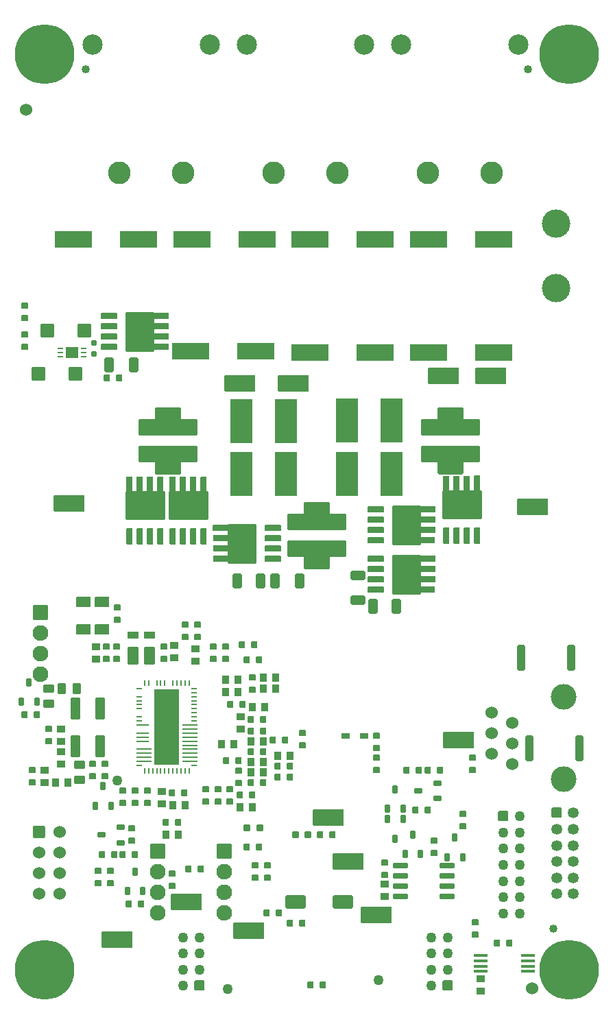
<source format=gbr>
%TF.GenerationSoftware,Altium Limited,Altium Designer,20.0.9 (164)*%
G04 Layer_Color=255*
%FSLAX26Y26*%
%MOIN*%
%TF.FileFunction,Pads,Top*%
%TF.Part,Single*%
G01*
G75*
%TA.AperFunction,SMDPad,CuDef*%
G04:AMPARAMS|DCode=10|XSize=126mil|YSize=80mil|CornerRadius=8mil|HoleSize=0mil|Usage=FLASHONLY|Rotation=180.000|XOffset=0mil|YOffset=0mil|HoleType=Round|Shape=RoundedRectangle|*
%AMROUNDEDRECTD10*
21,1,0.126000,0.064000,0,0,180.0*
21,1,0.110000,0.080000,0,0,180.0*
1,1,0.016000,-0.055000,0.032000*
1,1,0.016000,0.055000,0.032000*
1,1,0.016000,0.055000,-0.032000*
1,1,0.016000,-0.055000,-0.032000*
%
%ADD10ROUNDEDRECTD10*%
G04:AMPARAMS|DCode=11|XSize=285mil|YSize=80mil|CornerRadius=4mil|HoleSize=0mil|Usage=FLASHONLY|Rotation=180.000|XOffset=0mil|YOffset=0mil|HoleType=Round|Shape=RoundedRectangle|*
%AMROUNDEDRECTD11*
21,1,0.285000,0.072000,0,0,180.0*
21,1,0.277000,0.080000,0,0,180.0*
1,1,0.008000,-0.138500,0.036000*
1,1,0.008000,0.138500,0.036000*
1,1,0.008000,0.138500,-0.036000*
1,1,0.008000,-0.138500,-0.036000*
%
%ADD11ROUNDEDRECTD11*%
G04:AMPARAMS|DCode=12|XSize=126mil|YSize=78mil|CornerRadius=7.8mil|HoleSize=0mil|Usage=FLASHONLY|Rotation=180.000|XOffset=0mil|YOffset=0mil|HoleType=Round|Shape=RoundedRectangle|*
%AMROUNDEDRECTD12*
21,1,0.126000,0.062400,0,0,180.0*
21,1,0.110400,0.078000,0,0,180.0*
1,1,0.015600,-0.055200,0.031200*
1,1,0.015600,0.055200,0.031200*
1,1,0.015600,0.055200,-0.031200*
1,1,0.015600,-0.055200,-0.031200*
%
%ADD12ROUNDEDRECTD12*%
G04:AMPARAMS|DCode=13|XSize=27.559mil|YSize=9.842mil|CornerRadius=0.984mil|HoleSize=0mil|Usage=FLASHONLY|Rotation=180.000|XOffset=0mil|YOffset=0mil|HoleType=Round|Shape=RoundedRectangle|*
%AMROUNDEDRECTD13*
21,1,0.027559,0.007874,0,0,180.0*
21,1,0.025591,0.009842,0,0,180.0*
1,1,0.001968,-0.012795,0.003937*
1,1,0.001968,0.012795,0.003937*
1,1,0.001968,0.012795,-0.003937*
1,1,0.001968,-0.012795,-0.003937*
%
%ADD13ROUNDEDRECTD13*%
G04:AMPARAMS|DCode=14|XSize=70.866mil|YSize=9.842mil|CornerRadius=0.984mil|HoleSize=0mil|Usage=FLASHONLY|Rotation=180.000|XOffset=0mil|YOffset=0mil|HoleType=Round|Shape=RoundedRectangle|*
%AMROUNDEDRECTD14*
21,1,0.070866,0.007874,0,0,180.0*
21,1,0.068898,0.009842,0,0,180.0*
1,1,0.001968,-0.034449,0.003937*
1,1,0.001968,0.034449,0.003937*
1,1,0.001968,0.034449,-0.003937*
1,1,0.001968,-0.034449,-0.003937*
%
%ADD14ROUNDEDRECTD14*%
G04:AMPARAMS|DCode=15|XSize=27.559mil|YSize=9.842mil|CornerRadius=0.984mil|HoleSize=0mil|Usage=FLASHONLY|Rotation=90.000|XOffset=0mil|YOffset=0mil|HoleType=Round|Shape=RoundedRectangle|*
%AMROUNDEDRECTD15*
21,1,0.027559,0.007874,0,0,90.0*
21,1,0.025591,0.009842,0,0,90.0*
1,1,0.001968,0.003937,0.012795*
1,1,0.001968,0.003937,-0.012795*
1,1,0.001968,-0.003937,-0.012795*
1,1,0.001968,-0.003937,0.012795*
%
%ADD15ROUNDEDRECTD15*%
G04:AMPARAMS|DCode=16|XSize=59.055mil|YSize=9.842mil|CornerRadius=0.984mil|HoleSize=0mil|Usage=FLASHONLY|Rotation=180.000|XOffset=0mil|YOffset=0mil|HoleType=Round|Shape=RoundedRectangle|*
%AMROUNDEDRECTD16*
21,1,0.059055,0.007874,0,0,180.0*
21,1,0.057087,0.009842,0,0,180.0*
1,1,0.001968,-0.028543,0.003937*
1,1,0.001968,0.028543,0.003937*
1,1,0.001968,0.028543,-0.003937*
1,1,0.001968,-0.028543,-0.003937*
%
%ADD16ROUNDEDRECTD16*%
%ADD17R,0.124016X0.369291*%
G04:AMPARAMS|DCode=18|XSize=70.866mil|YSize=45.276mil|CornerRadius=6.791mil|HoleSize=0mil|Usage=FLASHONLY|Rotation=90.000|XOffset=0mil|YOffset=0mil|HoleType=Round|Shape=RoundedRectangle|*
%AMROUNDEDRECTD18*
21,1,0.070866,0.031693,0,0,90.0*
21,1,0.057283,0.045276,0,0,90.0*
1,1,0.013583,0.015847,0.028642*
1,1,0.013583,0.015847,-0.028642*
1,1,0.013583,-0.015847,-0.028642*
1,1,0.013583,-0.015847,0.028642*
%
%ADD18ROUNDEDRECTD18*%
G04:AMPARAMS|DCode=19|XSize=30mil|YSize=34mil|CornerRadius=3.75mil|HoleSize=0mil|Usage=FLASHONLY|Rotation=0.000|XOffset=0mil|YOffset=0mil|HoleType=Round|Shape=RoundedRectangle|*
%AMROUNDEDRECTD19*
21,1,0.030000,0.026500,0,0,0.0*
21,1,0.022500,0.034000,0,0,0.0*
1,1,0.007500,0.011250,-0.013250*
1,1,0.007500,-0.011250,-0.013250*
1,1,0.007500,-0.011250,0.013250*
1,1,0.007500,0.011250,0.013250*
%
%ADD19ROUNDEDRECTD19*%
G04:AMPARAMS|DCode=20|XSize=100mil|YSize=65mil|CornerRadius=9.75mil|HoleSize=0mil|Usage=FLASHONLY|Rotation=180.000|XOffset=0mil|YOffset=0mil|HoleType=Round|Shape=RoundedRectangle|*
%AMROUNDEDRECTD20*
21,1,0.100000,0.045500,0,0,180.0*
21,1,0.080500,0.065000,0,0,180.0*
1,1,0.019500,-0.040250,0.022750*
1,1,0.019500,0.040250,0.022750*
1,1,0.019500,0.040250,-0.022750*
1,1,0.019500,-0.040250,-0.022750*
%
%ADD20ROUNDEDRECTD20*%
G04:AMPARAMS|DCode=21|XSize=150mil|YSize=80mil|CornerRadius=4mil|HoleSize=0mil|Usage=FLASHONLY|Rotation=0.000|XOffset=0mil|YOffset=0mil|HoleType=Round|Shape=RoundedRectangle|*
%AMROUNDEDRECTD21*
21,1,0.150000,0.072000,0,0,0.0*
21,1,0.142000,0.080000,0,0,0.0*
1,1,0.008000,0.071000,-0.036000*
1,1,0.008000,-0.071000,-0.036000*
1,1,0.008000,-0.071000,0.036000*
1,1,0.008000,0.071000,0.036000*
%
%ADD21ROUNDEDRECTD21*%
%TA.AperFunction,FiducialPad,Global*%
%ADD22C,0.040000*%
%TA.AperFunction,SMDPad,CuDef*%
G04:AMPARAMS|DCode=23|XSize=74mil|YSize=24mil|CornerRadius=3.6mil|HoleSize=0mil|Usage=FLASHONLY|Rotation=180.000|XOffset=0mil|YOffset=0mil|HoleType=Round|Shape=RoundedRectangle|*
%AMROUNDEDRECTD23*
21,1,0.074000,0.016800,0,0,180.0*
21,1,0.066800,0.024000,0,0,180.0*
1,1,0.007200,-0.033400,0.008400*
1,1,0.007200,0.033400,0.008400*
1,1,0.007200,0.033400,-0.008400*
1,1,0.007200,-0.033400,-0.008400*
%
%ADD23ROUNDEDRECTD23*%
G04:AMPARAMS|DCode=24|XSize=23.622mil|YSize=39.37mil|CornerRadius=3.543mil|HoleSize=0mil|Usage=FLASHONLY|Rotation=180.000|XOffset=0mil|YOffset=0mil|HoleType=Round|Shape=RoundedRectangle|*
%AMROUNDEDRECTD24*
21,1,0.023622,0.032283,0,0,180.0*
21,1,0.016535,0.039370,0,0,180.0*
1,1,0.007087,-0.008268,0.016142*
1,1,0.007087,0.008268,0.016142*
1,1,0.007087,0.008268,-0.016142*
1,1,0.007087,-0.008268,-0.016142*
%
%ADD24ROUNDEDRECTD24*%
G04:AMPARAMS|DCode=25|XSize=23.622mil|YSize=39.37mil|CornerRadius=3.543mil|HoleSize=0mil|Usage=FLASHONLY|Rotation=270.000|XOffset=0mil|YOffset=0mil|HoleType=Round|Shape=RoundedRectangle|*
%AMROUNDEDRECTD25*
21,1,0.023622,0.032283,0,0,270.0*
21,1,0.016535,0.039370,0,0,270.0*
1,1,0.007087,-0.016142,-0.008268*
1,1,0.007087,-0.016142,0.008268*
1,1,0.007087,0.016142,0.008268*
1,1,0.007087,0.016142,-0.008268*
%
%ADD25ROUNDEDRECTD25*%
G04:AMPARAMS|DCode=26|XSize=38mil|YSize=36mil|CornerRadius=3.42mil|HoleSize=0mil|Usage=FLASHONLY|Rotation=0.000|XOffset=0mil|YOffset=0mil|HoleType=Round|Shape=RoundedRectangle|*
%AMROUNDEDRECTD26*
21,1,0.038000,0.029160,0,0,0.0*
21,1,0.031160,0.036000,0,0,0.0*
1,1,0.006840,0.015580,-0.014580*
1,1,0.006840,-0.015580,-0.014580*
1,1,0.006840,-0.015580,0.014580*
1,1,0.006840,0.015580,0.014580*
%
%ADD26ROUNDEDRECTD26*%
%ADD27R,0.064961X0.053150*%
G04:AMPARAMS|DCode=28|XSize=27.559mil|YSize=9.842mil|CornerRadius=1.476mil|HoleSize=0mil|Usage=FLASHONLY|Rotation=180.000|XOffset=0mil|YOffset=0mil|HoleType=Round|Shape=RoundedRectangle|*
%AMROUNDEDRECTD28*
21,1,0.027559,0.006890,0,0,180.0*
21,1,0.024606,0.009842,0,0,180.0*
1,1,0.002953,-0.012303,0.003445*
1,1,0.002953,0.012303,0.003445*
1,1,0.002953,0.012303,-0.003445*
1,1,0.002953,-0.012303,-0.003445*
%
%ADD28ROUNDEDRECTD28*%
%ADD29R,0.065000X0.013000*%
G04:AMPARAMS|DCode=30|XSize=86.614mil|YSize=55.118mil|CornerRadius=5.512mil|HoleSize=0mil|Usage=FLASHONLY|Rotation=270.000|XOffset=0mil|YOffset=0mil|HoleType=Round|Shape=RoundedRectangle|*
%AMROUNDEDRECTD30*
21,1,0.086614,0.044094,0,0,270.0*
21,1,0.075591,0.055118,0,0,270.0*
1,1,0.011024,-0.022047,-0.037795*
1,1,0.011024,-0.022047,0.037795*
1,1,0.011024,0.022047,0.037795*
1,1,0.011024,0.022047,-0.037795*
%
%ADD30ROUNDEDRECTD30*%
G04:AMPARAMS|DCode=31|XSize=55.118mil|YSize=35.433mil|CornerRadius=3.543mil|HoleSize=0mil|Usage=FLASHONLY|Rotation=180.000|XOffset=0mil|YOffset=0mil|HoleType=Round|Shape=RoundedRectangle|*
%AMROUNDEDRECTD31*
21,1,0.055118,0.028346,0,0,180.0*
21,1,0.048032,0.035433,0,0,180.0*
1,1,0.007087,-0.024016,0.014173*
1,1,0.007087,0.024016,0.014173*
1,1,0.007087,0.024016,-0.014173*
1,1,0.007087,-0.024016,-0.014173*
%
%ADD31ROUNDEDRECTD31*%
G04:AMPARAMS|DCode=32|XSize=70mil|YSize=50mil|CornerRadius=3mil|HoleSize=0mil|Usage=FLASHONLY|Rotation=180.000|XOffset=0mil|YOffset=0mil|HoleType=Round|Shape=RoundedRectangle|*
%AMROUNDEDRECTD32*
21,1,0.070000,0.044000,0,0,180.0*
21,1,0.064000,0.050000,0,0,180.0*
1,1,0.006000,-0.032000,0.022000*
1,1,0.006000,0.032000,0.022000*
1,1,0.006000,0.032000,-0.022000*
1,1,0.006000,-0.032000,-0.022000*
%
%ADD32ROUNDEDRECTD32*%
G04:AMPARAMS|DCode=33|XSize=23.622mil|YSize=24.803mil|CornerRadius=1.181mil|HoleSize=0mil|Usage=FLASHONLY|Rotation=90.000|XOffset=0mil|YOffset=0mil|HoleType=Round|Shape=RoundedRectangle|*
%AMROUNDEDRECTD33*
21,1,0.023622,0.022441,0,0,90.0*
21,1,0.021260,0.024803,0,0,90.0*
1,1,0.002362,0.011220,0.010630*
1,1,0.002362,0.011220,-0.010630*
1,1,0.002362,-0.011220,-0.010630*
1,1,0.002362,-0.011220,0.010630*
%
%ADD33ROUNDEDRECTD33*%
G04:AMPARAMS|DCode=34|XSize=66mil|YSize=65mil|CornerRadius=3.25mil|HoleSize=0mil|Usage=FLASHONLY|Rotation=270.000|XOffset=0mil|YOffset=0mil|HoleType=Round|Shape=RoundedRectangle|*
%AMROUNDEDRECTD34*
21,1,0.066000,0.058500,0,0,270.0*
21,1,0.059500,0.065000,0,0,270.0*
1,1,0.006500,-0.029250,-0.029750*
1,1,0.006500,-0.029250,0.029750*
1,1,0.006500,0.029250,0.029750*
1,1,0.006500,0.029250,-0.029750*
%
%ADD34ROUNDEDRECTD34*%
%ADD35R,0.106299X0.216535*%
G04:AMPARAMS|DCode=36|XSize=80mil|YSize=30mil|CornerRadius=3.75mil|HoleSize=0mil|Usage=FLASHONLY|Rotation=0.000|XOffset=0mil|YOffset=0mil|HoleType=Round|Shape=RoundedRectangle|*
%AMROUNDEDRECTD36*
21,1,0.080000,0.022500,0,0,0.0*
21,1,0.072500,0.030000,0,0,0.0*
1,1,0.007500,0.036250,-0.011250*
1,1,0.007500,-0.036250,-0.011250*
1,1,0.007500,-0.036250,0.011250*
1,1,0.007500,0.036250,0.011250*
%
%ADD36ROUNDEDRECTD36*%
G04:AMPARAMS|DCode=37|XSize=110mil|YSize=30mil|CornerRadius=1.5mil|HoleSize=0mil|Usage=FLASHONLY|Rotation=0.000|XOffset=0mil|YOffset=0mil|HoleType=Round|Shape=RoundedRectangle|*
%AMROUNDEDRECTD37*
21,1,0.110000,0.027000,0,0,0.0*
21,1,0.107000,0.030000,0,0,0.0*
1,1,0.003000,0.053500,-0.013500*
1,1,0.003000,-0.053500,-0.013500*
1,1,0.003000,-0.053500,0.013500*
1,1,0.003000,0.053500,0.013500*
%
%ADD37ROUNDEDRECTD37*%
G04:AMPARAMS|DCode=38|XSize=80mil|YSize=30mil|CornerRadius=1.5mil|HoleSize=0mil|Usage=FLASHONLY|Rotation=0.000|XOffset=0mil|YOffset=0mil|HoleType=Round|Shape=RoundedRectangle|*
%AMROUNDEDRECTD38*
21,1,0.080000,0.027000,0,0,0.0*
21,1,0.077000,0.030000,0,0,0.0*
1,1,0.003000,0.038500,-0.013500*
1,1,0.003000,-0.038500,-0.013500*
1,1,0.003000,-0.038500,0.013500*
1,1,0.003000,0.038500,0.013500*
%
%ADD38ROUNDEDRECTD38*%
G04:AMPARAMS|DCode=39|XSize=195mil|YSize=140mil|CornerRadius=7mil|HoleSize=0mil|Usage=FLASHONLY|Rotation=270.000|XOffset=0mil|YOffset=0mil|HoleType=Round|Shape=RoundedRectangle|*
%AMROUNDEDRECTD39*
21,1,0.195000,0.126000,0,0,270.0*
21,1,0.181000,0.140000,0,0,270.0*
1,1,0.014000,-0.063000,-0.090500*
1,1,0.014000,-0.063000,0.090500*
1,1,0.014000,0.063000,0.090500*
1,1,0.014000,0.063000,-0.090500*
%
%ADD39ROUNDEDRECTD39*%
G04:AMPARAMS|DCode=40|XSize=80mil|YSize=30mil|CornerRadius=3.75mil|HoleSize=0mil|Usage=FLASHONLY|Rotation=90.000|XOffset=0mil|YOffset=0mil|HoleType=Round|Shape=RoundedRectangle|*
%AMROUNDEDRECTD40*
21,1,0.080000,0.022500,0,0,90.0*
21,1,0.072500,0.030000,0,0,90.0*
1,1,0.007500,0.011250,0.036250*
1,1,0.007500,0.011250,-0.036250*
1,1,0.007500,-0.011250,-0.036250*
1,1,0.007500,-0.011250,0.036250*
%
%ADD40ROUNDEDRECTD40*%
G04:AMPARAMS|DCode=41|XSize=110mil|YSize=30mil|CornerRadius=1.5mil|HoleSize=0mil|Usage=FLASHONLY|Rotation=90.000|XOffset=0mil|YOffset=0mil|HoleType=Round|Shape=RoundedRectangle|*
%AMROUNDEDRECTD41*
21,1,0.110000,0.027000,0,0,90.0*
21,1,0.107000,0.030000,0,0,90.0*
1,1,0.003000,0.013500,0.053500*
1,1,0.003000,0.013500,-0.053500*
1,1,0.003000,-0.013500,-0.053500*
1,1,0.003000,-0.013500,0.053500*
%
%ADD41ROUNDEDRECTD41*%
G04:AMPARAMS|DCode=42|XSize=80mil|YSize=30mil|CornerRadius=1.5mil|HoleSize=0mil|Usage=FLASHONLY|Rotation=90.000|XOffset=0mil|YOffset=0mil|HoleType=Round|Shape=RoundedRectangle|*
%AMROUNDEDRECTD42*
21,1,0.080000,0.027000,0,0,90.0*
21,1,0.077000,0.030000,0,0,90.0*
1,1,0.003000,0.013500,0.038500*
1,1,0.003000,0.013500,-0.038500*
1,1,0.003000,-0.013500,-0.038500*
1,1,0.003000,-0.013500,0.038500*
%
%ADD42ROUNDEDRECTD42*%
G04:AMPARAMS|DCode=43|XSize=195mil|YSize=140mil|CornerRadius=7mil|HoleSize=0mil|Usage=FLASHONLY|Rotation=0.000|XOffset=0mil|YOffset=0mil|HoleType=Round|Shape=RoundedRectangle|*
%AMROUNDEDRECTD43*
21,1,0.195000,0.126000,0,0,0.0*
21,1,0.181000,0.140000,0,0,0.0*
1,1,0.014000,0.090500,-0.063000*
1,1,0.014000,-0.090500,-0.063000*
1,1,0.014000,-0.090500,0.063000*
1,1,0.014000,0.090500,0.063000*
%
%ADD43ROUNDEDRECTD43*%
G04:AMPARAMS|DCode=44|XSize=70.866mil|YSize=45.276mil|CornerRadius=6.791mil|HoleSize=0mil|Usage=FLASHONLY|Rotation=180.000|XOffset=0mil|YOffset=0mil|HoleType=Round|Shape=RoundedRectangle|*
%AMROUNDEDRECTD44*
21,1,0.070866,0.031693,0,0,180.0*
21,1,0.057283,0.045276,0,0,180.0*
1,1,0.013583,-0.028642,0.015847*
1,1,0.013583,0.028642,0.015847*
1,1,0.013583,0.028642,-0.015847*
1,1,0.013583,-0.028642,-0.015847*
%
%ADD44ROUNDEDRECTD44*%
G04:AMPARAMS|DCode=45|XSize=126mil|YSize=40mil|CornerRadius=7mil|HoleSize=0mil|Usage=FLASHONLY|Rotation=90.000|XOffset=0mil|YOffset=0mil|HoleType=Round|Shape=RoundedRectangle|*
%AMROUNDEDRECTD45*
21,1,0.126000,0.026000,0,0,90.0*
21,1,0.112000,0.040000,0,0,90.0*
1,1,0.014000,0.013000,0.056000*
1,1,0.014000,0.013000,-0.056000*
1,1,0.014000,-0.013000,-0.056000*
1,1,0.014000,-0.013000,0.056000*
%
%ADD45ROUNDEDRECTD45*%
G04:AMPARAMS|DCode=46|XSize=30mil|YSize=34mil|CornerRadius=3.75mil|HoleSize=0mil|Usage=FLASHONLY|Rotation=90.000|XOffset=0mil|YOffset=0mil|HoleType=Round|Shape=RoundedRectangle|*
%AMROUNDEDRECTD46*
21,1,0.030000,0.026500,0,0,90.0*
21,1,0.022500,0.034000,0,0,90.0*
1,1,0.007500,0.013250,0.011250*
1,1,0.007500,0.013250,-0.011250*
1,1,0.007500,-0.013250,-0.011250*
1,1,0.007500,-0.013250,0.011250*
%
%ADD46ROUNDEDRECTD46*%
G04:AMPARAMS|DCode=47|XSize=106mil|YSize=45mil|CornerRadius=3.6mil|HoleSize=0mil|Usage=FLASHONLY|Rotation=270.000|XOffset=0mil|YOffset=0mil|HoleType=Round|Shape=RoundedRectangle|*
%AMROUNDEDRECTD47*
21,1,0.106000,0.037800,0,0,270.0*
21,1,0.098800,0.045000,0,0,270.0*
1,1,0.007200,-0.018900,-0.049400*
1,1,0.007200,-0.018900,0.049400*
1,1,0.007200,0.018900,0.049400*
1,1,0.007200,0.018900,-0.049400*
%
%ADD47ROUNDEDRECTD47*%
G04:AMPARAMS|DCode=48|XSize=31mil|YSize=31mil|CornerRadius=1.55mil|HoleSize=0mil|Usage=FLASHONLY|Rotation=0.000|XOffset=0mil|YOffset=0mil|HoleType=Round|Shape=RoundedRectangle|*
%AMROUNDEDRECTD48*
21,1,0.031000,0.027900,0,0,0.0*
21,1,0.027900,0.031000,0,0,0.0*
1,1,0.003100,0.013950,-0.013950*
1,1,0.003100,-0.013950,-0.013950*
1,1,0.003100,-0.013950,0.013950*
1,1,0.003100,0.013950,0.013950*
%
%ADD48ROUNDEDRECTD48*%
G04:AMPARAMS|DCode=49|XSize=55.118mil|YSize=41.339mil|CornerRadius=6.201mil|HoleSize=0mil|Usage=FLASHONLY|Rotation=180.000|XOffset=0mil|YOffset=0mil|HoleType=Round|Shape=RoundedRectangle|*
%AMROUNDEDRECTD49*
21,1,0.055118,0.028937,0,0,180.0*
21,1,0.042717,0.041339,0,0,180.0*
1,1,0.012402,-0.021358,0.014469*
1,1,0.012402,0.021358,0.014469*
1,1,0.012402,0.021358,-0.014469*
1,1,0.012402,-0.021358,-0.014469*
%
%ADD49ROUNDEDRECTD49*%
G04:AMPARAMS|DCode=50|XSize=55.118mil|YSize=41.339mil|CornerRadius=6.201mil|HoleSize=0mil|Usage=FLASHONLY|Rotation=90.000|XOffset=0mil|YOffset=0mil|HoleType=Round|Shape=RoundedRectangle|*
%AMROUNDEDRECTD50*
21,1,0.055118,0.028937,0,0,90.0*
21,1,0.042717,0.041339,0,0,90.0*
1,1,0.012402,0.014469,0.021358*
1,1,0.012402,0.014469,-0.021358*
1,1,0.012402,-0.014469,-0.021358*
1,1,0.012402,-0.014469,0.021358*
%
%ADD50ROUNDEDRECTD50*%
G04:AMPARAMS|DCode=51|XSize=38mil|YSize=36mil|CornerRadius=3.42mil|HoleSize=0mil|Usage=FLASHONLY|Rotation=90.000|XOffset=0mil|YOffset=0mil|HoleType=Round|Shape=RoundedRectangle|*
%AMROUNDEDRECTD51*
21,1,0.038000,0.029160,0,0,90.0*
21,1,0.031160,0.036000,0,0,90.0*
1,1,0.006840,0.014580,0.015580*
1,1,0.006840,0.014580,-0.015580*
1,1,0.006840,-0.014580,-0.015580*
1,1,0.006840,-0.014580,0.015580*
%
%ADD51ROUNDEDRECTD51*%
%ADD52R,0.040000X0.030000*%
%TA.AperFunction,ComponentPad*%
%ADD65C,0.137795*%
%TA.AperFunction,TestPad*%
%ADD66C,0.050000*%
%TA.AperFunction,ComponentPad*%
%ADD67C,0.050000*%
G04:AMPARAMS|DCode=68|XSize=50mil|YSize=50mil|CornerRadius=5mil|HoleSize=0mil|Usage=FLASHONLY|Rotation=90.000|XOffset=0mil|YOffset=0mil|HoleType=Round|Shape=RoundedRectangle|*
%AMROUNDEDRECTD68*
21,1,0.050000,0.040000,0,0,90.0*
21,1,0.040000,0.050000,0,0,90.0*
1,1,0.010000,0.020000,0.020000*
1,1,0.010000,0.020000,-0.020000*
1,1,0.010000,-0.020000,-0.020000*
1,1,0.010000,-0.020000,0.020000*
%
%ADD68ROUNDEDRECTD68*%
%ADD69C,0.110000*%
%ADD70C,0.098425*%
%ADD71R,0.181102X0.078740*%
G04:AMPARAMS|DCode=72|XSize=60mil|YSize=60mil|CornerRadius=9mil|HoleSize=0mil|Usage=FLASHONLY|Rotation=270.000|XOffset=0mil|YOffset=0mil|HoleType=Round|Shape=RoundedRectangle|*
%AMROUNDEDRECTD72*
21,1,0.060000,0.042000,0,0,270.0*
21,1,0.042000,0.060000,0,0,270.0*
1,1,0.018000,-0.021000,-0.021000*
1,1,0.018000,-0.021000,0.021000*
1,1,0.018000,0.021000,0.021000*
1,1,0.018000,0.021000,-0.021000*
%
%ADD72ROUNDEDRECTD72*%
%ADD73C,0.060000*%
%ADD74C,0.125000*%
%ADD75C,0.290000*%
%ADD76C,0.053000*%
G04:AMPARAMS|DCode=77|XSize=76mil|YSize=76mil|CornerRadius=11.4mil|HoleSize=0mil|Usage=FLASHONLY|Rotation=270.000|XOffset=0mil|YOffset=0mil|HoleType=Round|Shape=RoundedRectangle|*
%AMROUNDEDRECTD77*
21,1,0.076000,0.053200,0,0,270.0*
21,1,0.053200,0.076000,0,0,270.0*
1,1,0.022800,-0.026600,-0.026600*
1,1,0.022800,-0.026600,0.026600*
1,1,0.022800,0.026600,0.026600*
1,1,0.022800,0.026600,-0.026600*
%
%ADD77ROUNDEDRECTD77*%
%ADD78C,0.076000*%
D10*
X1500000Y2163000D02*
D03*
Y2407000D02*
D03*
X2150000Y2867000D02*
D03*
X775000D02*
D03*
Y2623000D02*
D03*
D11*
X1500000Y2220000D02*
D03*
Y2350000D02*
D03*
X2150000Y2680000D02*
D03*
Y2810000D02*
D03*
X775000D02*
D03*
Y2680000D02*
D03*
D12*
X2150000Y2623000D02*
D03*
D13*
X903858Y1167992D02*
D03*
Y1384527D02*
D03*
Y1404213D02*
D03*
Y1423898D02*
D03*
Y1443583D02*
D03*
Y1463268D02*
D03*
Y1482953D02*
D03*
Y1502638D02*
D03*
Y1522323D02*
D03*
Y1542008D02*
D03*
X636142D02*
D03*
Y1502638D02*
D03*
Y1482953D02*
D03*
Y1463268D02*
D03*
Y1443583D02*
D03*
Y1404213D02*
D03*
Y1384527D02*
D03*
Y1167992D02*
D03*
D14*
X657795Y1187677D02*
D03*
Y1207362D02*
D03*
Y1227047D02*
D03*
Y1246732D02*
D03*
X882205D02*
D03*
Y1266417D02*
D03*
Y1286102D02*
D03*
Y1305787D02*
D03*
Y1325472D02*
D03*
Y1345158D02*
D03*
Y1227047D02*
D03*
Y1207362D02*
D03*
Y1187677D02*
D03*
Y1364842D02*
D03*
D15*
X661732Y1142402D02*
D03*
X681417D02*
D03*
X701102D02*
D03*
X720787D02*
D03*
X740472D02*
D03*
X760157D02*
D03*
X779842D02*
D03*
X799527D02*
D03*
X819212D02*
D03*
X838898D02*
D03*
X858583D02*
D03*
X878268D02*
D03*
X878268Y1567598D02*
D03*
X858583D02*
D03*
X838898D02*
D03*
X819213D02*
D03*
X799528D02*
D03*
X760158D02*
D03*
X740472D02*
D03*
X720787D02*
D03*
X681417D02*
D03*
X661732D02*
D03*
D16*
X651890Y1286102D02*
D03*
Y1305787D02*
D03*
Y1325472D02*
D03*
Y1364842D02*
D03*
D17*
X770000Y1355000D02*
D03*
D18*
X1772913Y1940000D02*
D03*
X1887087D02*
D03*
X1415000Y2065000D02*
D03*
X1295000D02*
D03*
X1227087D02*
D03*
X1112913D02*
D03*
X610000Y3115000D02*
D03*
X490000D02*
D03*
D19*
X585000Y495000D02*
D03*
X645000D02*
D03*
X1255000Y450000D02*
D03*
X1315000D02*
D03*
X1370000Y400000D02*
D03*
X1430000D02*
D03*
X1470000Y100000D02*
D03*
X1530000D02*
D03*
X1515000Y830000D02*
D03*
X1575000D02*
D03*
X1980000Y950000D02*
D03*
X2040000D02*
D03*
Y1145000D02*
D03*
X1995000D02*
D03*
X1935000D02*
D03*
X2100000D02*
D03*
X1370000Y1165000D02*
D03*
Y1110000D02*
D03*
X1345000Y1290000D02*
D03*
X1240000Y1390000D02*
D03*
X1180000D02*
D03*
X1140000Y1465000D02*
D03*
X1080000D02*
D03*
X1160000Y1680000D02*
D03*
X1220000D02*
D03*
X1195000Y1755000D02*
D03*
X1135000D02*
D03*
X1180000Y1335000D02*
D03*
X1240000D02*
D03*
X1285000Y1290000D02*
D03*
X1240000Y1235000D02*
D03*
X1180000D02*
D03*
X1120000Y1190000D02*
D03*
X1060000D02*
D03*
X1180000Y1085000D02*
D03*
X1240000D02*
D03*
X1310000Y1110000D02*
D03*
Y1165000D02*
D03*
X1185000Y1025000D02*
D03*
X1125000D02*
D03*
X1160000Y770000D02*
D03*
X1220000D02*
D03*
X935000Y665000D02*
D03*
X855000Y1035000D02*
D03*
X795000D02*
D03*
X765000Y890000D02*
D03*
X825000D02*
D03*
X875000Y665000D02*
D03*
X615000Y735000D02*
D03*
X555000D02*
D03*
X515000D02*
D03*
X455000D02*
D03*
X140000Y1415000D02*
D03*
X80000D02*
D03*
X480000Y3050000D02*
D03*
X540000D02*
D03*
X2375000Y305000D02*
D03*
X2435000D02*
D03*
D20*
X1395000Y505000D02*
D03*
X1625000D02*
D03*
D21*
X530000Y320000D02*
D03*
X865000Y505000D02*
D03*
X1170000Y365000D02*
D03*
X1651000Y703000D02*
D03*
X1555000Y915000D02*
D03*
X1790000Y440000D02*
D03*
X2190000Y1290000D02*
D03*
X2550000Y2425000D02*
D03*
X2345000Y3060000D02*
D03*
X2115000D02*
D03*
X1385000Y3025000D02*
D03*
X1125000D02*
D03*
X295000Y2440000D02*
D03*
D22*
X2650000Y375000D02*
D03*
X2525000Y4550000D02*
D03*
X375000D02*
D03*
D23*
X1907000Y530000D02*
D03*
Y580000D02*
D03*
Y630000D02*
D03*
Y680000D02*
D03*
X2133000D02*
D03*
Y630000D02*
D03*
Y580000D02*
D03*
Y530000D02*
D03*
D24*
X577598Y557756D02*
D03*
X652402D02*
D03*
X615000Y652244D02*
D03*
X497401Y972756D02*
D03*
X137401Y1477756D02*
D03*
X62598D02*
D03*
X100000Y1572244D02*
D03*
X460000Y1067244D02*
D03*
X422598Y972756D02*
D03*
X1842599Y907244D02*
D03*
X1917402D02*
D03*
X1965000Y832244D02*
D03*
X1880000Y812756D02*
D03*
X1927598Y737756D02*
D03*
X2002401D02*
D03*
X2132598Y722756D02*
D03*
X2207401D02*
D03*
X2170000Y817244D02*
D03*
X1917401Y957756D02*
D03*
X1842598D02*
D03*
X1880000Y1052244D02*
D03*
D25*
X547244Y792598D02*
D03*
Y867402D02*
D03*
X452756Y830000D02*
D03*
X1992756Y1045000D02*
D03*
X2087244Y1082401D02*
D03*
Y1007598D02*
D03*
D26*
X1130000Y1345000D02*
D03*
Y1405000D02*
D03*
X910000Y1675000D02*
D03*
Y1735000D02*
D03*
X805000Y1750000D02*
D03*
Y1690000D02*
D03*
X745000Y1040000D02*
D03*
Y980000D02*
D03*
X425000Y1685000D02*
D03*
Y1745000D02*
D03*
X255000Y1345000D02*
D03*
Y1285000D02*
D03*
Y1235000D02*
D03*
Y1175000D02*
D03*
X175000Y1145000D02*
D03*
Y1085000D02*
D03*
X1830000Y590000D02*
D03*
Y530000D02*
D03*
X2295000Y130000D02*
D03*
Y70000D02*
D03*
D27*
X308898Y3175315D02*
D03*
D28*
X252795Y3155630D02*
D03*
Y3175315D02*
D03*
Y3195000D02*
D03*
X365000D02*
D03*
Y3175315D02*
D03*
Y3155630D02*
D03*
D29*
X2295000Y166600D02*
D03*
Y192200D02*
D03*
Y217800D02*
D03*
Y243400D02*
D03*
X2525000D02*
D03*
Y217800D02*
D03*
Y192200D02*
D03*
Y166600D02*
D03*
D30*
X605000Y1702598D02*
D03*
X685000D02*
D03*
D31*
X605000Y1802992D02*
D03*
X685000D02*
D03*
D32*
X365000Y1828071D02*
D03*
X455000D02*
D03*
Y1961929D02*
D03*
X365000D02*
D03*
D33*
X415000Y3167441D02*
D03*
Y3222559D02*
D03*
D34*
X144449Y3070000D02*
D03*
X325551D02*
D03*
X370551Y3280000D02*
D03*
X189449D02*
D03*
D35*
X1863268Y2585000D02*
D03*
Y2845000D02*
D03*
X1646732D02*
D03*
X1348268Y2840000D02*
D03*
Y2585000D02*
D03*
X1646732D02*
D03*
X1131732Y2840000D02*
D03*
Y2585000D02*
D03*
D36*
X1785000Y2020000D02*
D03*
Y2070000D02*
D03*
Y2120000D02*
D03*
Y2170000D02*
D03*
Y2260000D02*
D03*
Y2310000D02*
D03*
Y2360000D02*
D03*
Y2410000D02*
D03*
X1285000Y2320000D02*
D03*
Y2270000D02*
D03*
Y2220000D02*
D03*
Y2170000D02*
D03*
X490000Y3200000D02*
D03*
Y3250000D02*
D03*
Y3300000D02*
D03*
Y3350000D02*
D03*
D37*
X2020000Y2020000D02*
D03*
Y2260000D02*
D03*
X1050000Y2320000D02*
D03*
X725000Y3200000D02*
D03*
D38*
X2035000Y2070000D02*
D03*
Y2120000D02*
D03*
Y2170000D02*
D03*
Y2310000D02*
D03*
Y2360000D02*
D03*
Y2410000D02*
D03*
X1035000Y2270000D02*
D03*
Y2220000D02*
D03*
Y2170000D02*
D03*
X740000Y3250000D02*
D03*
Y3300000D02*
D03*
Y3350000D02*
D03*
D39*
X1935000Y2095000D02*
D03*
Y2335000D02*
D03*
X1135000Y2245000D02*
D03*
X640000Y3275000D02*
D03*
D40*
X2180000Y2285000D02*
D03*
X2230000D02*
D03*
X2280000D02*
D03*
X2130000D02*
D03*
X950000Y2280000D02*
D03*
X900000D02*
D03*
X850000D02*
D03*
X800000D02*
D03*
X740000D02*
D03*
X690000D02*
D03*
X640000D02*
D03*
X590000D02*
D03*
D41*
X2280000Y2520000D02*
D03*
X950000Y2515000D02*
D03*
X740000D02*
D03*
D42*
X2180000Y2535000D02*
D03*
X2230000D02*
D03*
X2130000D02*
D03*
X900000Y2530000D02*
D03*
X850000D02*
D03*
X800000D02*
D03*
X690000D02*
D03*
X640000D02*
D03*
X590000D02*
D03*
D43*
X2205000Y2435000D02*
D03*
X875000Y2430000D02*
D03*
X665000D02*
D03*
D44*
X1700000Y1970000D02*
D03*
Y2090000D02*
D03*
D45*
X2533000Y1250000D02*
D03*
X2777000D02*
D03*
X2737000Y1690000D02*
D03*
X2493000D02*
D03*
D46*
X495000Y595000D02*
D03*
Y655000D02*
D03*
X600000Y800000D02*
D03*
Y860000D02*
D03*
X795000Y640000D02*
D03*
Y580000D02*
D03*
X1200000Y620000D02*
D03*
X1260000D02*
D03*
Y680000D02*
D03*
X1200000D02*
D03*
X1430000Y1265000D02*
D03*
Y1325000D02*
D03*
X1830000Y695000D02*
D03*
Y635000D02*
D03*
X2070000Y740000D02*
D03*
Y800000D02*
D03*
X2270000Y405000D02*
D03*
Y345000D02*
D03*
X2210000Y870000D02*
D03*
Y930000D02*
D03*
X2255000Y1145000D02*
D03*
Y1205000D02*
D03*
X1790000D02*
D03*
Y1250000D02*
D03*
Y1310000D02*
D03*
Y1145000D02*
D03*
X920000Y1790000D02*
D03*
Y1850000D02*
D03*
X995000Y1745000D02*
D03*
Y1685000D02*
D03*
X1055000D02*
D03*
Y1745000D02*
D03*
X1185000Y1595000D02*
D03*
Y1535000D02*
D03*
X1120000Y1140000D02*
D03*
Y1080000D02*
D03*
X1075000Y1050000D02*
D03*
X1020000D02*
D03*
Y990000D02*
D03*
X1075000D02*
D03*
X960000D02*
D03*
Y1050000D02*
D03*
X755000Y1685000D02*
D03*
Y1745000D02*
D03*
X525000D02*
D03*
Y1685000D02*
D03*
X555000Y1045000D02*
D03*
X615000D02*
D03*
Y985000D02*
D03*
X555000D02*
D03*
X675000D02*
D03*
Y1045000D02*
D03*
X475000Y1685000D02*
D03*
Y1745000D02*
D03*
X470000Y1175000D02*
D03*
X410000D02*
D03*
Y1115000D02*
D03*
X470000D02*
D03*
X115000Y1085000D02*
D03*
Y1145000D02*
D03*
X195000Y1285000D02*
D03*
Y1345000D02*
D03*
X435000Y655000D02*
D03*
Y595000D02*
D03*
X530000Y1875000D02*
D03*
Y1935000D02*
D03*
X860000Y1850000D02*
D03*
Y1790000D02*
D03*
X80000Y3200000D02*
D03*
Y3260000D02*
D03*
Y3340000D02*
D03*
Y3400000D02*
D03*
D47*
X325000Y1260000D02*
D03*
X445000D02*
D03*
Y1445000D02*
D03*
X325000D02*
D03*
D48*
X1159000Y865000D02*
D03*
X1221000D02*
D03*
X1394000Y830000D02*
D03*
X1456000D02*
D03*
D49*
X345000Y1097599D02*
D03*
Y1172402D02*
D03*
X195000Y1467599D02*
D03*
Y1542402D02*
D03*
D50*
X257599Y1540000D02*
D03*
X332402D02*
D03*
D51*
X765000Y830000D02*
D03*
X825000D02*
D03*
X1125000Y965000D02*
D03*
X1185000D02*
D03*
X1180000Y1135000D02*
D03*
Y1185000D02*
D03*
X1240000D02*
D03*
Y1135000D02*
D03*
Y1285000D02*
D03*
X1180000D02*
D03*
X1095000Y1270000D02*
D03*
X1035000D02*
D03*
X1310000Y1215000D02*
D03*
X1370000D02*
D03*
X1245000Y1450000D02*
D03*
X1185000D02*
D03*
X1115000Y1525000D02*
D03*
Y1585000D02*
D03*
X1055000D02*
D03*
Y1525000D02*
D03*
X1240000Y1540000D02*
D03*
Y1595000D02*
D03*
X1300000D02*
D03*
Y1540000D02*
D03*
X860000Y975000D02*
D03*
X800000D02*
D03*
X290000Y1085000D02*
D03*
X230000D02*
D03*
D52*
X1640000Y1310000D02*
D03*
X1730000D02*
D03*
D65*
X2663504Y3487520D02*
D03*
Y3802480D02*
D03*
D66*
X1065000Y80000D02*
D03*
X1800000Y125000D02*
D03*
X530000Y1095000D02*
D03*
D67*
X850630Y96890D02*
D03*
Y175630D02*
D03*
Y254370D02*
D03*
Y333110D02*
D03*
X929370D02*
D03*
Y254370D02*
D03*
Y175630D02*
D03*
X2055630D02*
D03*
X2134370D02*
D03*
Y254370D02*
D03*
Y333110D02*
D03*
X2055630D02*
D03*
Y254370D02*
D03*
Y96890D02*
D03*
X2405630Y448779D02*
D03*
X2484370D02*
D03*
Y527520D02*
D03*
Y606260D02*
D03*
X2405630D02*
D03*
Y527520D02*
D03*
Y685000D02*
D03*
Y763740D02*
D03*
X2484370D02*
D03*
Y685000D02*
D03*
Y842480D02*
D03*
Y921221D02*
D03*
X2405630Y842480D02*
D03*
D68*
X929370Y96890D02*
D03*
X2134370D02*
D03*
X2405630Y921221D02*
D03*
X2665630Y936850D02*
D03*
D69*
X2350512Y4047953D02*
D03*
X2039488D02*
D03*
X1600512D02*
D03*
X1289488D02*
D03*
X850512D02*
D03*
X539488D02*
D03*
D70*
X2480433Y4670000D02*
D03*
X1909567D02*
D03*
X1730433D02*
D03*
X1159567D02*
D03*
X980433D02*
D03*
X409567D02*
D03*
D71*
X2358425Y3175000D02*
D03*
Y3725000D02*
D03*
X2041575D02*
D03*
X1783425D02*
D03*
Y3175000D02*
D03*
X2041575D02*
D03*
X1466575Y3725000D02*
D03*
Y3175000D02*
D03*
X1208425Y3725000D02*
D03*
X1203425Y3180000D02*
D03*
X891575Y3725000D02*
D03*
X633425D02*
D03*
X886575Y3180000D02*
D03*
X316575Y3725000D02*
D03*
D72*
X150000Y845000D02*
D03*
D73*
X150000Y545000D02*
D03*
Y645000D02*
D03*
Y745000D02*
D03*
X250000D02*
D03*
Y845000D02*
D03*
Y645000D02*
D03*
Y545000D02*
D03*
X2545000Y85000D02*
D03*
X2450000Y1175000D02*
D03*
Y1275000D02*
D03*
X2350000Y1325000D02*
D03*
Y1225000D02*
D03*
Y1425000D02*
D03*
X2450000Y1375000D02*
D03*
X85000Y4355000D02*
D03*
D74*
X2700000Y1100000D02*
D03*
Y1500000D02*
D03*
D75*
X175000Y175000D02*
D03*
X2725000D02*
D03*
Y4625000D02*
D03*
X175000D02*
D03*
D76*
X2665630Y543150D02*
D03*
X2744370D02*
D03*
Y621890D02*
D03*
X2665630D02*
D03*
Y700630D02*
D03*
X2744370D02*
D03*
Y779370D02*
D03*
X2665630D02*
D03*
Y858110D02*
D03*
X2744370D02*
D03*
Y936850D02*
D03*
D77*
X725000Y750000D02*
D03*
X1050000D02*
D03*
X155000Y1910000D02*
D03*
D78*
X725000Y450000D02*
D03*
X1050000D02*
D03*
Y550000D02*
D03*
Y650000D02*
D03*
X725000D02*
D03*
Y550000D02*
D03*
X155000Y1610000D02*
D03*
Y1710000D02*
D03*
Y1810000D02*
D03*
%TF.MD5,332896fceeb3babf390d916c124e7cdd*%
M02*

</source>
